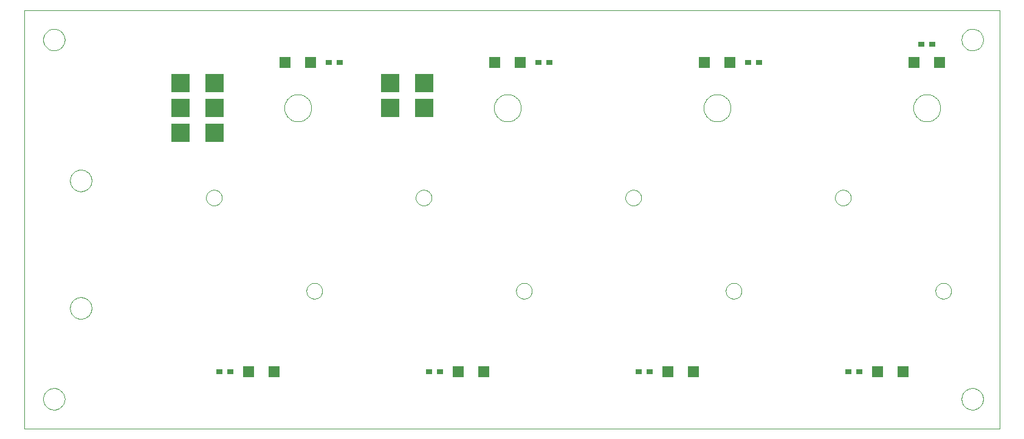
<source format=gtp>
G75*
G70*
%OFA0B0*%
%FSLAX24Y24*%
%IPPOS*%
%LPD*%
%AMOC8*
5,1,8,0,0,1.08239X$1,22.5*
%
%ADD10C,0.0000*%
%ADD11R,0.0354X0.0315*%
%ADD12R,0.0591X0.0591*%
%ADD13R,0.1000X0.1000*%
D10*
X000180Y000180D02*
X000180Y023175D01*
X053672Y023175D01*
X053672Y000180D01*
X000180Y000180D01*
X001214Y001805D02*
X001216Y001853D01*
X001222Y001901D01*
X001232Y001948D01*
X001245Y001994D01*
X001263Y002039D01*
X001283Y002083D01*
X001308Y002125D01*
X001336Y002164D01*
X001366Y002201D01*
X001400Y002235D01*
X001437Y002267D01*
X001475Y002296D01*
X001516Y002321D01*
X001559Y002343D01*
X001604Y002361D01*
X001650Y002375D01*
X001697Y002386D01*
X001745Y002393D01*
X001793Y002396D01*
X001841Y002395D01*
X001889Y002390D01*
X001937Y002381D01*
X001983Y002369D01*
X002028Y002352D01*
X002072Y002332D01*
X002114Y002309D01*
X002154Y002282D01*
X002192Y002252D01*
X002227Y002219D01*
X002259Y002183D01*
X002289Y002145D01*
X002315Y002104D01*
X002337Y002061D01*
X002357Y002017D01*
X002372Y001972D01*
X002384Y001925D01*
X002392Y001877D01*
X002396Y001829D01*
X002396Y001781D01*
X002392Y001733D01*
X002384Y001685D01*
X002372Y001638D01*
X002357Y001593D01*
X002337Y001549D01*
X002315Y001506D01*
X002289Y001465D01*
X002259Y001427D01*
X002227Y001391D01*
X002192Y001358D01*
X002154Y001328D01*
X002114Y001301D01*
X002072Y001278D01*
X002028Y001258D01*
X001983Y001241D01*
X001937Y001229D01*
X001889Y001220D01*
X001841Y001215D01*
X001793Y001214D01*
X001745Y001217D01*
X001697Y001224D01*
X001650Y001235D01*
X001604Y001249D01*
X001559Y001267D01*
X001516Y001289D01*
X001475Y001314D01*
X001437Y001343D01*
X001400Y001375D01*
X001366Y001409D01*
X001336Y001446D01*
X001308Y001485D01*
X001283Y001527D01*
X001263Y001571D01*
X001245Y001616D01*
X001232Y001662D01*
X001222Y001709D01*
X001216Y001757D01*
X001214Y001805D01*
X002687Y006801D02*
X002689Y006849D01*
X002695Y006897D01*
X002705Y006944D01*
X002718Y006990D01*
X002736Y007035D01*
X002756Y007079D01*
X002781Y007121D01*
X002809Y007160D01*
X002839Y007197D01*
X002873Y007231D01*
X002910Y007263D01*
X002948Y007292D01*
X002989Y007317D01*
X003032Y007339D01*
X003077Y007357D01*
X003123Y007371D01*
X003170Y007382D01*
X003218Y007389D01*
X003266Y007392D01*
X003314Y007391D01*
X003362Y007386D01*
X003410Y007377D01*
X003456Y007365D01*
X003501Y007348D01*
X003545Y007328D01*
X003587Y007305D01*
X003627Y007278D01*
X003665Y007248D01*
X003700Y007215D01*
X003732Y007179D01*
X003762Y007141D01*
X003788Y007100D01*
X003810Y007057D01*
X003830Y007013D01*
X003845Y006968D01*
X003857Y006921D01*
X003865Y006873D01*
X003869Y006825D01*
X003869Y006777D01*
X003865Y006729D01*
X003857Y006681D01*
X003845Y006634D01*
X003830Y006589D01*
X003810Y006545D01*
X003788Y006502D01*
X003762Y006461D01*
X003732Y006423D01*
X003700Y006387D01*
X003665Y006354D01*
X003627Y006324D01*
X003587Y006297D01*
X003545Y006274D01*
X003501Y006254D01*
X003456Y006237D01*
X003410Y006225D01*
X003362Y006216D01*
X003314Y006211D01*
X003266Y006210D01*
X003218Y006213D01*
X003170Y006220D01*
X003123Y006231D01*
X003077Y006245D01*
X003032Y006263D01*
X002989Y006285D01*
X002948Y006310D01*
X002910Y006339D01*
X002873Y006371D01*
X002839Y006405D01*
X002809Y006442D01*
X002781Y006481D01*
X002756Y006523D01*
X002736Y006567D01*
X002718Y006612D01*
X002705Y006658D01*
X002695Y006705D01*
X002689Y006753D01*
X002687Y006801D01*
X010145Y012864D02*
X010147Y012905D01*
X010153Y012946D01*
X010163Y012986D01*
X010176Y013025D01*
X010193Y013062D01*
X010214Y013098D01*
X010238Y013132D01*
X010265Y013163D01*
X010294Y013191D01*
X010327Y013217D01*
X010361Y013239D01*
X010398Y013258D01*
X010436Y013273D01*
X010476Y013285D01*
X010516Y013293D01*
X010557Y013297D01*
X010599Y013297D01*
X010640Y013293D01*
X010680Y013285D01*
X010720Y013273D01*
X010758Y013258D01*
X010794Y013239D01*
X010829Y013217D01*
X010862Y013191D01*
X010891Y013163D01*
X010918Y013132D01*
X010942Y013098D01*
X010963Y013062D01*
X010980Y013025D01*
X010993Y012986D01*
X011003Y012946D01*
X011009Y012905D01*
X011011Y012864D01*
X011009Y012823D01*
X011003Y012782D01*
X010993Y012742D01*
X010980Y012703D01*
X010963Y012666D01*
X010942Y012630D01*
X010918Y012596D01*
X010891Y012565D01*
X010862Y012537D01*
X010829Y012511D01*
X010795Y012489D01*
X010758Y012470D01*
X010720Y012455D01*
X010680Y012443D01*
X010640Y012435D01*
X010599Y012431D01*
X010557Y012431D01*
X010516Y012435D01*
X010476Y012443D01*
X010436Y012455D01*
X010398Y012470D01*
X010362Y012489D01*
X010327Y012511D01*
X010294Y012537D01*
X010265Y012565D01*
X010238Y012596D01*
X010214Y012630D01*
X010193Y012666D01*
X010176Y012703D01*
X010163Y012742D01*
X010153Y012782D01*
X010147Y012823D01*
X010145Y012864D01*
X002687Y013809D02*
X002689Y013857D01*
X002695Y013905D01*
X002705Y013952D01*
X002718Y013998D01*
X002736Y014043D01*
X002756Y014087D01*
X002781Y014129D01*
X002809Y014168D01*
X002839Y014205D01*
X002873Y014239D01*
X002910Y014271D01*
X002948Y014300D01*
X002989Y014325D01*
X003032Y014347D01*
X003077Y014365D01*
X003123Y014379D01*
X003170Y014390D01*
X003218Y014397D01*
X003266Y014400D01*
X003314Y014399D01*
X003362Y014394D01*
X003410Y014385D01*
X003456Y014373D01*
X003501Y014356D01*
X003545Y014336D01*
X003587Y014313D01*
X003627Y014286D01*
X003665Y014256D01*
X003700Y014223D01*
X003732Y014187D01*
X003762Y014149D01*
X003788Y014108D01*
X003810Y014065D01*
X003830Y014021D01*
X003845Y013976D01*
X003857Y013929D01*
X003865Y013881D01*
X003869Y013833D01*
X003869Y013785D01*
X003865Y013737D01*
X003857Y013689D01*
X003845Y013642D01*
X003830Y013597D01*
X003810Y013553D01*
X003788Y013510D01*
X003762Y013469D01*
X003732Y013431D01*
X003700Y013395D01*
X003665Y013362D01*
X003627Y013332D01*
X003587Y013305D01*
X003545Y013282D01*
X003501Y013262D01*
X003456Y013245D01*
X003410Y013233D01*
X003362Y013224D01*
X003314Y013219D01*
X003266Y013218D01*
X003218Y013221D01*
X003170Y013228D01*
X003123Y013239D01*
X003077Y013253D01*
X003032Y013271D01*
X002989Y013293D01*
X002948Y013318D01*
X002910Y013347D01*
X002873Y013379D01*
X002839Y013413D01*
X002809Y013450D01*
X002781Y013489D01*
X002756Y013531D01*
X002736Y013575D01*
X002718Y013620D01*
X002705Y013666D01*
X002695Y013713D01*
X002689Y013761D01*
X002687Y013809D01*
X014436Y017805D02*
X014438Y017859D01*
X014444Y017913D01*
X014454Y017967D01*
X014468Y018019D01*
X014485Y018071D01*
X014506Y018121D01*
X014531Y018169D01*
X014560Y018216D01*
X014591Y018260D01*
X014626Y018301D01*
X014664Y018341D01*
X014704Y018377D01*
X014747Y018410D01*
X014792Y018440D01*
X014840Y018467D01*
X014889Y018490D01*
X014940Y018509D01*
X014992Y018525D01*
X015045Y018537D01*
X015099Y018545D01*
X015153Y018549D01*
X015207Y018549D01*
X015261Y018545D01*
X015315Y018537D01*
X015368Y018525D01*
X015420Y018509D01*
X015471Y018490D01*
X015520Y018467D01*
X015568Y018440D01*
X015613Y018410D01*
X015656Y018377D01*
X015696Y018341D01*
X015734Y018301D01*
X015769Y018260D01*
X015800Y018216D01*
X015829Y018169D01*
X015854Y018121D01*
X015875Y018071D01*
X015892Y018019D01*
X015906Y017967D01*
X015916Y017913D01*
X015922Y017859D01*
X015924Y017805D01*
X015922Y017751D01*
X015916Y017697D01*
X015906Y017643D01*
X015892Y017591D01*
X015875Y017539D01*
X015854Y017489D01*
X015829Y017441D01*
X015800Y017394D01*
X015769Y017350D01*
X015734Y017309D01*
X015696Y017269D01*
X015656Y017233D01*
X015613Y017200D01*
X015568Y017170D01*
X015520Y017143D01*
X015471Y017120D01*
X015420Y017101D01*
X015368Y017085D01*
X015315Y017073D01*
X015261Y017065D01*
X015207Y017061D01*
X015153Y017061D01*
X015099Y017065D01*
X015045Y017073D01*
X014992Y017085D01*
X014940Y017101D01*
X014889Y017120D01*
X014840Y017143D01*
X014792Y017170D01*
X014747Y017200D01*
X014704Y017233D01*
X014664Y017269D01*
X014626Y017309D01*
X014591Y017350D01*
X014560Y017394D01*
X014531Y017441D01*
X014506Y017489D01*
X014485Y017539D01*
X014468Y017591D01*
X014454Y017643D01*
X014444Y017697D01*
X014438Y017751D01*
X014436Y017805D01*
X021645Y012864D02*
X021647Y012905D01*
X021653Y012946D01*
X021663Y012986D01*
X021676Y013025D01*
X021693Y013062D01*
X021714Y013098D01*
X021738Y013132D01*
X021765Y013163D01*
X021794Y013191D01*
X021827Y013217D01*
X021861Y013239D01*
X021898Y013258D01*
X021936Y013273D01*
X021976Y013285D01*
X022016Y013293D01*
X022057Y013297D01*
X022099Y013297D01*
X022140Y013293D01*
X022180Y013285D01*
X022220Y013273D01*
X022258Y013258D01*
X022294Y013239D01*
X022329Y013217D01*
X022362Y013191D01*
X022391Y013163D01*
X022418Y013132D01*
X022442Y013098D01*
X022463Y013062D01*
X022480Y013025D01*
X022493Y012986D01*
X022503Y012946D01*
X022509Y012905D01*
X022511Y012864D01*
X022509Y012823D01*
X022503Y012782D01*
X022493Y012742D01*
X022480Y012703D01*
X022463Y012666D01*
X022442Y012630D01*
X022418Y012596D01*
X022391Y012565D01*
X022362Y012537D01*
X022329Y012511D01*
X022295Y012489D01*
X022258Y012470D01*
X022220Y012455D01*
X022180Y012443D01*
X022140Y012435D01*
X022099Y012431D01*
X022057Y012431D01*
X022016Y012435D01*
X021976Y012443D01*
X021936Y012455D01*
X021898Y012470D01*
X021862Y012489D01*
X021827Y012511D01*
X021794Y012537D01*
X021765Y012565D01*
X021738Y012596D01*
X021714Y012630D01*
X021693Y012666D01*
X021676Y012703D01*
X021663Y012742D01*
X021653Y012782D01*
X021647Y012823D01*
X021645Y012864D01*
X025936Y017805D02*
X025938Y017859D01*
X025944Y017913D01*
X025954Y017967D01*
X025968Y018019D01*
X025985Y018071D01*
X026006Y018121D01*
X026031Y018169D01*
X026060Y018216D01*
X026091Y018260D01*
X026126Y018301D01*
X026164Y018341D01*
X026204Y018377D01*
X026247Y018410D01*
X026292Y018440D01*
X026340Y018467D01*
X026389Y018490D01*
X026440Y018509D01*
X026492Y018525D01*
X026545Y018537D01*
X026599Y018545D01*
X026653Y018549D01*
X026707Y018549D01*
X026761Y018545D01*
X026815Y018537D01*
X026868Y018525D01*
X026920Y018509D01*
X026971Y018490D01*
X027020Y018467D01*
X027068Y018440D01*
X027113Y018410D01*
X027156Y018377D01*
X027196Y018341D01*
X027234Y018301D01*
X027269Y018260D01*
X027300Y018216D01*
X027329Y018169D01*
X027354Y018121D01*
X027375Y018071D01*
X027392Y018019D01*
X027406Y017967D01*
X027416Y017913D01*
X027422Y017859D01*
X027424Y017805D01*
X027422Y017751D01*
X027416Y017697D01*
X027406Y017643D01*
X027392Y017591D01*
X027375Y017539D01*
X027354Y017489D01*
X027329Y017441D01*
X027300Y017394D01*
X027269Y017350D01*
X027234Y017309D01*
X027196Y017269D01*
X027156Y017233D01*
X027113Y017200D01*
X027068Y017170D01*
X027020Y017143D01*
X026971Y017120D01*
X026920Y017101D01*
X026868Y017085D01*
X026815Y017073D01*
X026761Y017065D01*
X026707Y017061D01*
X026653Y017061D01*
X026599Y017065D01*
X026545Y017073D01*
X026492Y017085D01*
X026440Y017101D01*
X026389Y017120D01*
X026340Y017143D01*
X026292Y017170D01*
X026247Y017200D01*
X026204Y017233D01*
X026164Y017269D01*
X026126Y017309D01*
X026091Y017350D01*
X026060Y017394D01*
X026031Y017441D01*
X026006Y017489D01*
X025985Y017539D01*
X025968Y017591D01*
X025954Y017643D01*
X025944Y017697D01*
X025938Y017751D01*
X025936Y017805D01*
X033145Y012864D02*
X033147Y012905D01*
X033153Y012946D01*
X033163Y012986D01*
X033176Y013025D01*
X033193Y013062D01*
X033214Y013098D01*
X033238Y013132D01*
X033265Y013163D01*
X033294Y013191D01*
X033327Y013217D01*
X033361Y013239D01*
X033398Y013258D01*
X033436Y013273D01*
X033476Y013285D01*
X033516Y013293D01*
X033557Y013297D01*
X033599Y013297D01*
X033640Y013293D01*
X033680Y013285D01*
X033720Y013273D01*
X033758Y013258D01*
X033794Y013239D01*
X033829Y013217D01*
X033862Y013191D01*
X033891Y013163D01*
X033918Y013132D01*
X033942Y013098D01*
X033963Y013062D01*
X033980Y013025D01*
X033993Y012986D01*
X034003Y012946D01*
X034009Y012905D01*
X034011Y012864D01*
X034009Y012823D01*
X034003Y012782D01*
X033993Y012742D01*
X033980Y012703D01*
X033963Y012666D01*
X033942Y012630D01*
X033918Y012596D01*
X033891Y012565D01*
X033862Y012537D01*
X033829Y012511D01*
X033795Y012489D01*
X033758Y012470D01*
X033720Y012455D01*
X033680Y012443D01*
X033640Y012435D01*
X033599Y012431D01*
X033557Y012431D01*
X033516Y012435D01*
X033476Y012443D01*
X033436Y012455D01*
X033398Y012470D01*
X033362Y012489D01*
X033327Y012511D01*
X033294Y012537D01*
X033265Y012565D01*
X033238Y012596D01*
X033214Y012630D01*
X033193Y012666D01*
X033176Y012703D01*
X033163Y012742D01*
X033153Y012782D01*
X033147Y012823D01*
X033145Y012864D01*
X037436Y017805D02*
X037438Y017859D01*
X037444Y017913D01*
X037454Y017967D01*
X037468Y018019D01*
X037485Y018071D01*
X037506Y018121D01*
X037531Y018169D01*
X037560Y018216D01*
X037591Y018260D01*
X037626Y018301D01*
X037664Y018341D01*
X037704Y018377D01*
X037747Y018410D01*
X037792Y018440D01*
X037840Y018467D01*
X037889Y018490D01*
X037940Y018509D01*
X037992Y018525D01*
X038045Y018537D01*
X038099Y018545D01*
X038153Y018549D01*
X038207Y018549D01*
X038261Y018545D01*
X038315Y018537D01*
X038368Y018525D01*
X038420Y018509D01*
X038471Y018490D01*
X038520Y018467D01*
X038568Y018440D01*
X038613Y018410D01*
X038656Y018377D01*
X038696Y018341D01*
X038734Y018301D01*
X038769Y018260D01*
X038800Y018216D01*
X038829Y018169D01*
X038854Y018121D01*
X038875Y018071D01*
X038892Y018019D01*
X038906Y017967D01*
X038916Y017913D01*
X038922Y017859D01*
X038924Y017805D01*
X038922Y017751D01*
X038916Y017697D01*
X038906Y017643D01*
X038892Y017591D01*
X038875Y017539D01*
X038854Y017489D01*
X038829Y017441D01*
X038800Y017394D01*
X038769Y017350D01*
X038734Y017309D01*
X038696Y017269D01*
X038656Y017233D01*
X038613Y017200D01*
X038568Y017170D01*
X038520Y017143D01*
X038471Y017120D01*
X038420Y017101D01*
X038368Y017085D01*
X038315Y017073D01*
X038261Y017065D01*
X038207Y017061D01*
X038153Y017061D01*
X038099Y017065D01*
X038045Y017073D01*
X037992Y017085D01*
X037940Y017101D01*
X037889Y017120D01*
X037840Y017143D01*
X037792Y017170D01*
X037747Y017200D01*
X037704Y017233D01*
X037664Y017269D01*
X037626Y017309D01*
X037591Y017350D01*
X037560Y017394D01*
X037531Y017441D01*
X037506Y017489D01*
X037485Y017539D01*
X037468Y017591D01*
X037454Y017643D01*
X037444Y017697D01*
X037438Y017751D01*
X037436Y017805D01*
X044645Y012864D02*
X044647Y012905D01*
X044653Y012946D01*
X044663Y012986D01*
X044676Y013025D01*
X044693Y013062D01*
X044714Y013098D01*
X044738Y013132D01*
X044765Y013163D01*
X044794Y013191D01*
X044827Y013217D01*
X044861Y013239D01*
X044898Y013258D01*
X044936Y013273D01*
X044976Y013285D01*
X045016Y013293D01*
X045057Y013297D01*
X045099Y013297D01*
X045140Y013293D01*
X045180Y013285D01*
X045220Y013273D01*
X045258Y013258D01*
X045294Y013239D01*
X045329Y013217D01*
X045362Y013191D01*
X045391Y013163D01*
X045418Y013132D01*
X045442Y013098D01*
X045463Y013062D01*
X045480Y013025D01*
X045493Y012986D01*
X045503Y012946D01*
X045509Y012905D01*
X045511Y012864D01*
X045509Y012823D01*
X045503Y012782D01*
X045493Y012742D01*
X045480Y012703D01*
X045463Y012666D01*
X045442Y012630D01*
X045418Y012596D01*
X045391Y012565D01*
X045362Y012537D01*
X045329Y012511D01*
X045295Y012489D01*
X045258Y012470D01*
X045220Y012455D01*
X045180Y012443D01*
X045140Y012435D01*
X045099Y012431D01*
X045057Y012431D01*
X045016Y012435D01*
X044976Y012443D01*
X044936Y012455D01*
X044898Y012470D01*
X044862Y012489D01*
X044827Y012511D01*
X044794Y012537D01*
X044765Y012565D01*
X044738Y012596D01*
X044714Y012630D01*
X044693Y012666D01*
X044676Y012703D01*
X044663Y012742D01*
X044653Y012782D01*
X044647Y012823D01*
X044645Y012864D01*
X048936Y017805D02*
X048938Y017859D01*
X048944Y017913D01*
X048954Y017967D01*
X048968Y018019D01*
X048985Y018071D01*
X049006Y018121D01*
X049031Y018169D01*
X049060Y018216D01*
X049091Y018260D01*
X049126Y018301D01*
X049164Y018341D01*
X049204Y018377D01*
X049247Y018410D01*
X049292Y018440D01*
X049340Y018467D01*
X049389Y018490D01*
X049440Y018509D01*
X049492Y018525D01*
X049545Y018537D01*
X049599Y018545D01*
X049653Y018549D01*
X049707Y018549D01*
X049761Y018545D01*
X049815Y018537D01*
X049868Y018525D01*
X049920Y018509D01*
X049971Y018490D01*
X050020Y018467D01*
X050068Y018440D01*
X050113Y018410D01*
X050156Y018377D01*
X050196Y018341D01*
X050234Y018301D01*
X050269Y018260D01*
X050300Y018216D01*
X050329Y018169D01*
X050354Y018121D01*
X050375Y018071D01*
X050392Y018019D01*
X050406Y017967D01*
X050416Y017913D01*
X050422Y017859D01*
X050424Y017805D01*
X050422Y017751D01*
X050416Y017697D01*
X050406Y017643D01*
X050392Y017591D01*
X050375Y017539D01*
X050354Y017489D01*
X050329Y017441D01*
X050300Y017394D01*
X050269Y017350D01*
X050234Y017309D01*
X050196Y017269D01*
X050156Y017233D01*
X050113Y017200D01*
X050068Y017170D01*
X050020Y017143D01*
X049971Y017120D01*
X049920Y017101D01*
X049868Y017085D01*
X049815Y017073D01*
X049761Y017065D01*
X049707Y017061D01*
X049653Y017061D01*
X049599Y017065D01*
X049545Y017073D01*
X049492Y017085D01*
X049440Y017101D01*
X049389Y017120D01*
X049340Y017143D01*
X049292Y017170D01*
X049247Y017200D01*
X049204Y017233D01*
X049164Y017269D01*
X049126Y017309D01*
X049091Y017350D01*
X049060Y017394D01*
X049031Y017441D01*
X049006Y017489D01*
X048985Y017539D01*
X048968Y017591D01*
X048954Y017643D01*
X048944Y017697D01*
X048938Y017751D01*
X048936Y017805D01*
X051589Y021555D02*
X051591Y021603D01*
X051597Y021651D01*
X051607Y021698D01*
X051620Y021744D01*
X051638Y021789D01*
X051658Y021833D01*
X051683Y021875D01*
X051711Y021914D01*
X051741Y021951D01*
X051775Y021985D01*
X051812Y022017D01*
X051850Y022046D01*
X051891Y022071D01*
X051934Y022093D01*
X051979Y022111D01*
X052025Y022125D01*
X052072Y022136D01*
X052120Y022143D01*
X052168Y022146D01*
X052216Y022145D01*
X052264Y022140D01*
X052312Y022131D01*
X052358Y022119D01*
X052403Y022102D01*
X052447Y022082D01*
X052489Y022059D01*
X052529Y022032D01*
X052567Y022002D01*
X052602Y021969D01*
X052634Y021933D01*
X052664Y021895D01*
X052690Y021854D01*
X052712Y021811D01*
X052732Y021767D01*
X052747Y021722D01*
X052759Y021675D01*
X052767Y021627D01*
X052771Y021579D01*
X052771Y021531D01*
X052767Y021483D01*
X052759Y021435D01*
X052747Y021388D01*
X052732Y021343D01*
X052712Y021299D01*
X052690Y021256D01*
X052664Y021215D01*
X052634Y021177D01*
X052602Y021141D01*
X052567Y021108D01*
X052529Y021078D01*
X052489Y021051D01*
X052447Y021028D01*
X052403Y021008D01*
X052358Y020991D01*
X052312Y020979D01*
X052264Y020970D01*
X052216Y020965D01*
X052168Y020964D01*
X052120Y020967D01*
X052072Y020974D01*
X052025Y020985D01*
X051979Y020999D01*
X051934Y021017D01*
X051891Y021039D01*
X051850Y021064D01*
X051812Y021093D01*
X051775Y021125D01*
X051741Y021159D01*
X051711Y021196D01*
X051683Y021235D01*
X051658Y021277D01*
X051638Y021321D01*
X051620Y021366D01*
X051607Y021412D01*
X051597Y021459D01*
X051591Y021507D01*
X051589Y021555D01*
X050156Y007746D02*
X050158Y007787D01*
X050164Y007828D01*
X050174Y007868D01*
X050187Y007907D01*
X050204Y007944D01*
X050225Y007980D01*
X050249Y008014D01*
X050276Y008045D01*
X050305Y008073D01*
X050338Y008099D01*
X050372Y008121D01*
X050409Y008140D01*
X050447Y008155D01*
X050487Y008167D01*
X050527Y008175D01*
X050568Y008179D01*
X050610Y008179D01*
X050651Y008175D01*
X050691Y008167D01*
X050731Y008155D01*
X050769Y008140D01*
X050805Y008121D01*
X050840Y008099D01*
X050873Y008073D01*
X050902Y008045D01*
X050929Y008014D01*
X050953Y007980D01*
X050974Y007944D01*
X050991Y007907D01*
X051004Y007868D01*
X051014Y007828D01*
X051020Y007787D01*
X051022Y007746D01*
X051020Y007705D01*
X051014Y007664D01*
X051004Y007624D01*
X050991Y007585D01*
X050974Y007548D01*
X050953Y007512D01*
X050929Y007478D01*
X050902Y007447D01*
X050873Y007419D01*
X050840Y007393D01*
X050806Y007371D01*
X050769Y007352D01*
X050731Y007337D01*
X050691Y007325D01*
X050651Y007317D01*
X050610Y007313D01*
X050568Y007313D01*
X050527Y007317D01*
X050487Y007325D01*
X050447Y007337D01*
X050409Y007352D01*
X050373Y007371D01*
X050338Y007393D01*
X050305Y007419D01*
X050276Y007447D01*
X050249Y007478D01*
X050225Y007512D01*
X050204Y007548D01*
X050187Y007585D01*
X050174Y007624D01*
X050164Y007664D01*
X050158Y007705D01*
X050156Y007746D01*
X038656Y007746D02*
X038658Y007787D01*
X038664Y007828D01*
X038674Y007868D01*
X038687Y007907D01*
X038704Y007944D01*
X038725Y007980D01*
X038749Y008014D01*
X038776Y008045D01*
X038805Y008073D01*
X038838Y008099D01*
X038872Y008121D01*
X038909Y008140D01*
X038947Y008155D01*
X038987Y008167D01*
X039027Y008175D01*
X039068Y008179D01*
X039110Y008179D01*
X039151Y008175D01*
X039191Y008167D01*
X039231Y008155D01*
X039269Y008140D01*
X039305Y008121D01*
X039340Y008099D01*
X039373Y008073D01*
X039402Y008045D01*
X039429Y008014D01*
X039453Y007980D01*
X039474Y007944D01*
X039491Y007907D01*
X039504Y007868D01*
X039514Y007828D01*
X039520Y007787D01*
X039522Y007746D01*
X039520Y007705D01*
X039514Y007664D01*
X039504Y007624D01*
X039491Y007585D01*
X039474Y007548D01*
X039453Y007512D01*
X039429Y007478D01*
X039402Y007447D01*
X039373Y007419D01*
X039340Y007393D01*
X039306Y007371D01*
X039269Y007352D01*
X039231Y007337D01*
X039191Y007325D01*
X039151Y007317D01*
X039110Y007313D01*
X039068Y007313D01*
X039027Y007317D01*
X038987Y007325D01*
X038947Y007337D01*
X038909Y007352D01*
X038873Y007371D01*
X038838Y007393D01*
X038805Y007419D01*
X038776Y007447D01*
X038749Y007478D01*
X038725Y007512D01*
X038704Y007548D01*
X038687Y007585D01*
X038674Y007624D01*
X038664Y007664D01*
X038658Y007705D01*
X038656Y007746D01*
X027156Y007746D02*
X027158Y007787D01*
X027164Y007828D01*
X027174Y007868D01*
X027187Y007907D01*
X027204Y007944D01*
X027225Y007980D01*
X027249Y008014D01*
X027276Y008045D01*
X027305Y008073D01*
X027338Y008099D01*
X027372Y008121D01*
X027409Y008140D01*
X027447Y008155D01*
X027487Y008167D01*
X027527Y008175D01*
X027568Y008179D01*
X027610Y008179D01*
X027651Y008175D01*
X027691Y008167D01*
X027731Y008155D01*
X027769Y008140D01*
X027805Y008121D01*
X027840Y008099D01*
X027873Y008073D01*
X027902Y008045D01*
X027929Y008014D01*
X027953Y007980D01*
X027974Y007944D01*
X027991Y007907D01*
X028004Y007868D01*
X028014Y007828D01*
X028020Y007787D01*
X028022Y007746D01*
X028020Y007705D01*
X028014Y007664D01*
X028004Y007624D01*
X027991Y007585D01*
X027974Y007548D01*
X027953Y007512D01*
X027929Y007478D01*
X027902Y007447D01*
X027873Y007419D01*
X027840Y007393D01*
X027806Y007371D01*
X027769Y007352D01*
X027731Y007337D01*
X027691Y007325D01*
X027651Y007317D01*
X027610Y007313D01*
X027568Y007313D01*
X027527Y007317D01*
X027487Y007325D01*
X027447Y007337D01*
X027409Y007352D01*
X027373Y007371D01*
X027338Y007393D01*
X027305Y007419D01*
X027276Y007447D01*
X027249Y007478D01*
X027225Y007512D01*
X027204Y007548D01*
X027187Y007585D01*
X027174Y007624D01*
X027164Y007664D01*
X027158Y007705D01*
X027156Y007746D01*
X015656Y007746D02*
X015658Y007787D01*
X015664Y007828D01*
X015674Y007868D01*
X015687Y007907D01*
X015704Y007944D01*
X015725Y007980D01*
X015749Y008014D01*
X015776Y008045D01*
X015805Y008073D01*
X015838Y008099D01*
X015872Y008121D01*
X015909Y008140D01*
X015947Y008155D01*
X015987Y008167D01*
X016027Y008175D01*
X016068Y008179D01*
X016110Y008179D01*
X016151Y008175D01*
X016191Y008167D01*
X016231Y008155D01*
X016269Y008140D01*
X016305Y008121D01*
X016340Y008099D01*
X016373Y008073D01*
X016402Y008045D01*
X016429Y008014D01*
X016453Y007980D01*
X016474Y007944D01*
X016491Y007907D01*
X016504Y007868D01*
X016514Y007828D01*
X016520Y007787D01*
X016522Y007746D01*
X016520Y007705D01*
X016514Y007664D01*
X016504Y007624D01*
X016491Y007585D01*
X016474Y007548D01*
X016453Y007512D01*
X016429Y007478D01*
X016402Y007447D01*
X016373Y007419D01*
X016340Y007393D01*
X016306Y007371D01*
X016269Y007352D01*
X016231Y007337D01*
X016191Y007325D01*
X016151Y007317D01*
X016110Y007313D01*
X016068Y007313D01*
X016027Y007317D01*
X015987Y007325D01*
X015947Y007337D01*
X015909Y007352D01*
X015873Y007371D01*
X015838Y007393D01*
X015805Y007419D01*
X015776Y007447D01*
X015749Y007478D01*
X015725Y007512D01*
X015704Y007548D01*
X015687Y007585D01*
X015674Y007624D01*
X015664Y007664D01*
X015658Y007705D01*
X015656Y007746D01*
X001214Y021555D02*
X001216Y021603D01*
X001222Y021651D01*
X001232Y021698D01*
X001245Y021744D01*
X001263Y021789D01*
X001283Y021833D01*
X001308Y021875D01*
X001336Y021914D01*
X001366Y021951D01*
X001400Y021985D01*
X001437Y022017D01*
X001475Y022046D01*
X001516Y022071D01*
X001559Y022093D01*
X001604Y022111D01*
X001650Y022125D01*
X001697Y022136D01*
X001745Y022143D01*
X001793Y022146D01*
X001841Y022145D01*
X001889Y022140D01*
X001937Y022131D01*
X001983Y022119D01*
X002028Y022102D01*
X002072Y022082D01*
X002114Y022059D01*
X002154Y022032D01*
X002192Y022002D01*
X002227Y021969D01*
X002259Y021933D01*
X002289Y021895D01*
X002315Y021854D01*
X002337Y021811D01*
X002357Y021767D01*
X002372Y021722D01*
X002384Y021675D01*
X002392Y021627D01*
X002396Y021579D01*
X002396Y021531D01*
X002392Y021483D01*
X002384Y021435D01*
X002372Y021388D01*
X002357Y021343D01*
X002337Y021299D01*
X002315Y021256D01*
X002289Y021215D01*
X002259Y021177D01*
X002227Y021141D01*
X002192Y021108D01*
X002154Y021078D01*
X002114Y021051D01*
X002072Y021028D01*
X002028Y021008D01*
X001983Y020991D01*
X001937Y020979D01*
X001889Y020970D01*
X001841Y020965D01*
X001793Y020964D01*
X001745Y020967D01*
X001697Y020974D01*
X001650Y020985D01*
X001604Y020999D01*
X001559Y021017D01*
X001516Y021039D01*
X001475Y021064D01*
X001437Y021093D01*
X001400Y021125D01*
X001366Y021159D01*
X001336Y021196D01*
X001308Y021235D01*
X001283Y021277D01*
X001263Y021321D01*
X001245Y021366D01*
X001232Y021412D01*
X001222Y021459D01*
X001216Y021507D01*
X001214Y021555D01*
X051589Y001805D02*
X051591Y001853D01*
X051597Y001901D01*
X051607Y001948D01*
X051620Y001994D01*
X051638Y002039D01*
X051658Y002083D01*
X051683Y002125D01*
X051711Y002164D01*
X051741Y002201D01*
X051775Y002235D01*
X051812Y002267D01*
X051850Y002296D01*
X051891Y002321D01*
X051934Y002343D01*
X051979Y002361D01*
X052025Y002375D01*
X052072Y002386D01*
X052120Y002393D01*
X052168Y002396D01*
X052216Y002395D01*
X052264Y002390D01*
X052312Y002381D01*
X052358Y002369D01*
X052403Y002352D01*
X052447Y002332D01*
X052489Y002309D01*
X052529Y002282D01*
X052567Y002252D01*
X052602Y002219D01*
X052634Y002183D01*
X052664Y002145D01*
X052690Y002104D01*
X052712Y002061D01*
X052732Y002017D01*
X052747Y001972D01*
X052759Y001925D01*
X052767Y001877D01*
X052771Y001829D01*
X052771Y001781D01*
X052767Y001733D01*
X052759Y001685D01*
X052747Y001638D01*
X052732Y001593D01*
X052712Y001549D01*
X052690Y001506D01*
X052664Y001465D01*
X052634Y001427D01*
X052602Y001391D01*
X052567Y001358D01*
X052529Y001328D01*
X052489Y001301D01*
X052447Y001278D01*
X052403Y001258D01*
X052358Y001241D01*
X052312Y001229D01*
X052264Y001220D01*
X052216Y001215D01*
X052168Y001214D01*
X052120Y001217D01*
X052072Y001224D01*
X052025Y001235D01*
X051979Y001249D01*
X051934Y001267D01*
X051891Y001289D01*
X051850Y001314D01*
X051812Y001343D01*
X051775Y001375D01*
X051741Y001409D01*
X051711Y001446D01*
X051683Y001485D01*
X051658Y001527D01*
X051638Y001571D01*
X051620Y001616D01*
X051607Y001662D01*
X051597Y001709D01*
X051591Y001757D01*
X051589Y001805D01*
D11*
X045980Y003305D03*
X045380Y003305D03*
X034480Y003305D03*
X033880Y003305D03*
X022980Y003305D03*
X022380Y003305D03*
X011480Y003305D03*
X010880Y003305D03*
X016880Y020305D03*
X017480Y020305D03*
X028380Y020305D03*
X028980Y020305D03*
X039880Y020305D03*
X040480Y020305D03*
X049380Y021305D03*
X049980Y021305D03*
D12*
X050369Y020305D03*
X048991Y020305D03*
X038869Y020305D03*
X037491Y020305D03*
X027369Y020305D03*
X025991Y020305D03*
X015869Y020305D03*
X014491Y020305D03*
X013869Y003305D03*
X012491Y003305D03*
X023991Y003305D03*
X025369Y003305D03*
X035491Y003305D03*
X036869Y003305D03*
X046991Y003305D03*
X048369Y003305D03*
D13*
X022105Y017805D03*
X020255Y017805D03*
X020255Y019180D03*
X022105Y019180D03*
X010605Y019180D03*
X008755Y019180D03*
X008755Y017805D03*
X010605Y017805D03*
X010605Y016430D03*
X008755Y016430D03*
M02*

</source>
